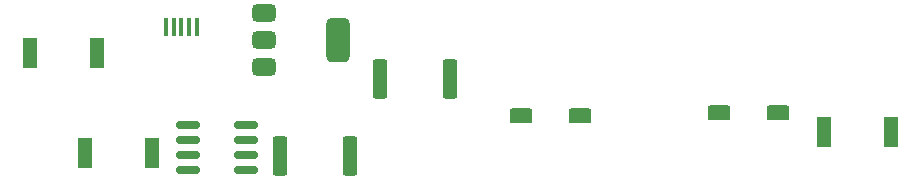
<source format=gbr>
%TF.GenerationSoftware,KiCad,Pcbnew,9.0.0*%
%TF.CreationDate,2025-04-02T18:46:55+01:00*%
%TF.ProjectId,Wireless_power_Transfer,57697265-6c65-4737-935f-706f7765725f,rev?*%
%TF.SameCoordinates,Original*%
%TF.FileFunction,Paste,Top*%
%TF.FilePolarity,Positive*%
%FSLAX46Y46*%
G04 Gerber Fmt 4.6, Leading zero omitted, Abs format (unit mm)*
G04 Created by KiCad (PCBNEW 9.0.0) date 2025-04-02 18:46:55*
%MOMM*%
%LPD*%
G01*
G04 APERTURE LIST*
G04 Aperture macros list*
%AMRoundRect*
0 Rectangle with rounded corners*
0 $1 Rounding radius*
0 $2 $3 $4 $5 $6 $7 $8 $9 X,Y pos of 4 corners*
0 Add a 4 corners polygon primitive as box body*
4,1,4,$2,$3,$4,$5,$6,$7,$8,$9,$2,$3,0*
0 Add four circle primitives for the rounded corners*
1,1,$1+$1,$2,$3*
1,1,$1+$1,$4,$5*
1,1,$1+$1,$6,$7*
1,1,$1+$1,$8,$9*
0 Add four rect primitives between the rounded corners*
20,1,$1+$1,$2,$3,$4,$5,0*
20,1,$1+$1,$4,$5,$6,$7,0*
20,1,$1+$1,$6,$7,$8,$9,0*
20,1,$1+$1,$8,$9,$2,$3,0*%
G04 Aperture macros list end*
%ADD10RoundRect,0.190500X-0.762000X-0.444500X0.762000X-0.444500X0.762000X0.444500X-0.762000X0.444500X0*%
%ADD11RoundRect,0.375000X-0.625000X-0.375000X0.625000X-0.375000X0.625000X0.375000X-0.625000X0.375000X0*%
%ADD12RoundRect,0.500000X-0.500000X-1.400000X0.500000X-1.400000X0.500000X1.400000X-0.500000X1.400000X0*%
%ADD13RoundRect,0.250000X-0.362500X-1.425000X0.362500X-1.425000X0.362500X1.425000X-0.362500X1.425000X0*%
%ADD14R,1.300000X2.500000*%
%ADD15RoundRect,0.150000X-0.825000X-0.150000X0.825000X-0.150000X0.825000X0.150000X-0.825000X0.150000X0*%
%ADD16RoundRect,0.250000X0.362500X1.425000X-0.362500X1.425000X-0.362500X-1.425000X0.362500X-1.425000X0*%
%ADD17R,0.450000X1.500000*%
G04 APERTURE END LIST*
D10*
%TO.C,L2*%
X187750000Y-114149219D03*
X192750000Y-114149219D03*
%TD*%
D11*
%TO.C,U2*%
X149250000Y-105650000D03*
X149250000Y-107950000D03*
D12*
X155550000Y-107950000D03*
D11*
X149250000Y-110250000D03*
%TD*%
D13*
%TO.C,R2*%
X159037500Y-111250000D03*
X164962500Y-111250000D03*
%TD*%
D14*
%TO.C,C3*%
X129400000Y-109000000D03*
X135100000Y-109000000D03*
%TD*%
D15*
%TO.C,U1*%
X142775000Y-115095000D03*
X142775000Y-116365000D03*
X142775000Y-117635000D03*
X142775000Y-118905000D03*
X147725000Y-118905000D03*
X147725000Y-117635000D03*
X147725000Y-116365000D03*
X147725000Y-115095000D03*
%TD*%
D16*
%TO.C,R1*%
X156500000Y-117750000D03*
X150575000Y-117750000D03*
%TD*%
D10*
%TO.C,L1*%
X171000000Y-114399219D03*
X176000000Y-114399219D03*
%TD*%
D17*
%TO.C,J3*%
X140950000Y-106850000D03*
X141600000Y-106850000D03*
X142250000Y-106850000D03*
X142900000Y-106850000D03*
X143550000Y-106850000D03*
%TD*%
D14*
%TO.C,C5*%
X196650000Y-115750000D03*
X202350000Y-115750000D03*
%TD*%
%TO.C,C4*%
X134050000Y-117500000D03*
X139750000Y-117500000D03*
%TD*%
M02*

</source>
